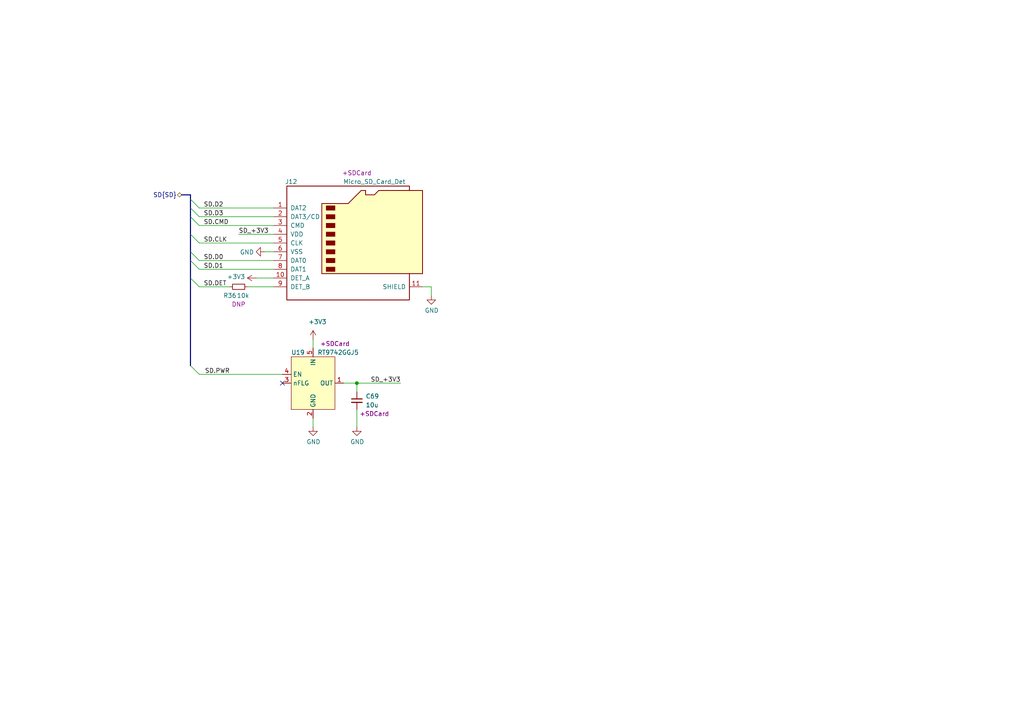
<source format=kicad_sch>
(kicad_sch (version 20210123) (generator eeschema)
  (paper "A4")
  (title_block (title "SD card") (date "2021-01-12") (rev "0.1") (company "Nabu Casa") (comment 1 "www.nabucasa.com") (comment 2 "Light Blue"))
  (lib_symbols
    (symbol "Connector:Micro_SD_Card_Det" (pin_names (offset 1.016))
      (property "Reference" "J" (at -16.51 17.78 0))
      (property "Value" "Micro_SD_Card_Det" (at 16.51 17.78 0))
      (symbol "Micro_SD_Card_Det_0_1"
        (rectangle (start -7.62 -6.985) (end -5.08 -8.255) (fill (type outline)))
        (rectangle (start -7.62 -4.445) (end -5.08 -5.715) (fill (type outline)))
        (rectangle (start -7.62 -1.905) (end -5.08 -3.175) (fill (type outline)))
        (rectangle (start -7.62 0.635) (end -5.08 -0.635) (fill (type outline)))
        (rectangle (start -7.62 3.175) (end -5.08 1.905) (fill (type outline)))
        (rectangle (start -7.62 5.715) (end -5.08 4.445) (fill (type outline)))
        (rectangle (start -7.62 8.255) (end -5.08 6.985) (fill (type outline)))
        (rectangle (start -7.62 10.795) (end -5.08 9.525) (fill (type outline)))
        (polyline (pts (xy 16.51 15.24) (xy 16.51 16.51) (xy -19.05 16.51) (xy -19.05 -16.51) (xy 16.51 -16.51) (xy 16.51 -8.89)) (stroke (width 0.254)))
        (polyline (pts (xy -8.89 -8.89) (xy -8.89 11.43) (xy -1.27 11.43) (xy 2.54 15.24) (xy 3.81 15.24) (xy 3.81 13.97) (xy 6.35 13.97) (xy 7.62 15.24) (xy 20.32 15.24) (xy 20.32 -8.89) (xy -8.89 -8.89)) (stroke (width 0.254)) (fill (type background)))
      )
      (symbol "Micro_SD_Card_Det_1_1"
        (pin bidirectional line (at -22.86 10.16 0) (length 3.81) (name "DAT2") (number "1"))
        (pin passive line (at -22.86 -10.16 0) (length 3.81) (name "DET_A") (number "10"))
        (pin passive line (at 20.32 -12.7 180) (length 3.81) (name "SHIELD") (number "11"))
        (pin bidirectional line (at -22.86 7.62 0) (length 3.81) (name "DAT3/CD") (number "2"))
        (pin input line (at -22.86 5.08 0) (length 3.81) (name "CMD") (number "3"))
        (pin power_in line (at -22.86 2.54 0) (length 3.81) (name "VDD") (number "4"))
        (pin input line (at -22.86 0 0) (length 3.81) (name "CLK") (number "5"))
        (pin power_in line (at -22.86 -2.54 0) (length 3.81) (name "VSS") (number "6"))
        (pin bidirectional line (at -22.86 -5.08 0) (length 3.81) (name "DAT0") (number "7"))
        (pin bidirectional line (at -22.86 -7.62 0) (length 3.81) (name "DAT1") (number "8"))
        (pin passive line (at -22.86 -12.7 0) (length 3.81) (name "DET_B") (number "9"))
      )
    )
    (symbol "Device:C_Small" (pin_numbers hide) (pin_names (offset 0.254) hide)
      (property "Reference" "C" (at 0.254 1.778 0))
      (property "Value" "C_Small" (at 0.254 -2.032 0))
      (symbol "C_Small_0_1"
        (polyline (pts (xy -1.524 -0.508) (xy 1.524 -0.508)) (stroke (width 0.3302)))
        (polyline (pts (xy -1.524 0.508) (xy 1.524 0.508)) (stroke (width 0.3048)))
      )
      (symbol "C_Small_1_1"
        (pin passive line (at 0 2.54 270) (length 2.032) (name "~") (number "1"))
        (pin passive line (at 0 -2.54 90) (length 2.032) (name "~") (number "2"))
      )
    )
    (symbol "Device:R_Small" (pin_numbers hide) (pin_names (offset 0.254) hide)
      (property "Reference" "R" (at 0.762 0.508 0))
      (property "Value" "R_Small" (at 0.762 -1.016 0))
      (symbol "R_Small_0_1"
        (rectangle (start -0.762 1.778) (end 0.762 -1.778) (stroke (width 0.2032)))
      )
      (symbol "R_Small_1_1"
        (pin passive line (at 0 2.54 270) (length 0.762) (name "~") (number "1"))
        (pin passive line (at 0 -2.54 90) (length 0.762) (name "~") (number "2"))
      )
    )
    (symbol "LightBlue:RT9742GGJ5"
      (property "Reference" "U" (at -5.08 8.89 0))
      (property "Value" "RT9742GGJ5" (at 7.62 8.89 0))
      (symbol "RT9742GGJ5_0_0"
        (pin power_out line (at 8.89 0 180) (length 2.54) (name "OUT") (number "1"))
        (pin power_in line (at 0 -10.16 90) (length 2.54) (name "GND") (number "2"))
        (pin open_collector line (at -8.89 0 0) (length 2.54) (name "nFLG") (number "3"))
        (pin input line (at -8.89 2.54 0) (length 2.54) (name "EN") (number "4"))
        (pin power_in line (at 0 10.16 270) (length 2.54) (name "IN") (number "5"))
      )
      (symbol "RT9742GGJ5_0_1"
        (rectangle (start -6.35 7.62) (end 6.35 -7.62) (fill (type background)))
      )
    )
    (symbol "power:+3V3" (power) (pin_names (offset 0))
      (property "Value" "+3V3" (at 0 3.556 0))
      (symbol "+3V3_0_1"
        (polyline (pts (xy -0.762 1.27) (xy 0 2.54)))
        (polyline (pts (xy 0 0) (xy 0 2.54)))
        (polyline (pts (xy 0 2.54) (xy 0.762 1.27)))
      )
      (symbol "+3V3_1_1"
        (pin power_in line (at 0 0 90) (length 0) hide (name "+3V3") (number "1"))
      )
    )
    (symbol "power:GND" (power) (pin_names (offset 0))
      (property "Value" "GND" (at 0 -3.81 0))
      (symbol "GND_0_1"
        (polyline (pts (xy 0 0) (xy 0 -1.27) (xy 1.27 -1.27) (xy 0 -2.54) (xy -1.27 -1.27) (xy 0 -1.27)))
      )
      (symbol "GND_1_1"
        (pin power_in line (at 0 0 270) (length 0) hide (name "GND") (number "1"))
      )
    )
  )
  (junction (at 103.505 111.125) (diameter 0.9144))
  (no_connect (at 81.915 111.125))
  (bus_entry (at 55.245 57.785) (size 2.54 2.54) (stroke (width 0.1524)))
  (bus_entry (at 55.245 60.325) (size 2.54 2.54) (stroke (width 0.1524)))
  (bus_entry (at 55.245 62.865) (size 2.54 2.54) (stroke (width 0.1524)))
  (bus_entry (at 55.245 67.945) (size 2.54 2.54) (stroke (width 0.1524)))
  (bus_entry (at 55.245 73.025) (size 2.54 2.54) (stroke (width 0.1524)))
  (bus_entry (at 55.245 75.565) (size 2.54 2.54) (stroke (width 0.1524)))
  (bus_entry (at 55.245 80.645) (size 2.54 2.54) (stroke (width 0.1524)))
  (bus_entry (at 55.245 106.045) (size 2.54 2.54) (stroke (width 0.1524)))
  (wire (pts (xy 57.785 60.325) (xy 79.375 60.325)))
  (wire (pts (xy 57.785 62.865) (xy 79.375 62.865)))
  (wire (pts (xy 57.785 65.405) (xy 79.375 65.405)))
  (wire (pts (xy 57.785 70.485) (xy 79.375 70.485)))
  (wire (pts (xy 57.785 75.565) (xy 79.375 75.565)))
  (wire (pts (xy 57.785 78.105) (xy 79.375 78.105)))
  (wire (pts (xy 57.785 83.185) (xy 66.675 83.185)))
  (wire (pts (xy 57.785 108.585) (xy 81.915 108.585)))
  (wire (pts (xy 69.215 67.945) (xy 79.375 67.945)))
  (wire (pts (xy 71.755 83.185) (xy 79.375 83.185)))
  (wire (pts (xy 74.295 80.645) (xy 79.375 80.645)))
  (wire (pts (xy 79.375 73.025) (xy 76.835 73.025)))
  (wire (pts (xy 90.805 98.425) (xy 90.805 100.965)))
  (wire (pts (xy 90.805 121.285) (xy 90.805 123.825)))
  (wire (pts (xy 99.695 111.125) (xy 103.505 111.125)))
  (wire (pts (xy 103.505 111.125) (xy 103.505 113.665)))
  (wire (pts (xy 103.505 111.125) (xy 116.205 111.125)))
  (wire (pts (xy 103.505 118.745) (xy 103.505 123.825)))
  (wire (pts (xy 122.555 83.185) (xy 125.095 83.185)))
  (wire (pts (xy 125.095 83.185) (xy 125.095 85.725)))
  (bus (pts (xy 52.705 56.515) (xy 55.245 56.515)))
  (bus (pts (xy 55.245 56.515) (xy 55.245 57.785)))
  (bus (pts (xy 55.245 57.785) (xy 55.245 60.325)))
  (bus (pts (xy 55.245 62.865) (xy 55.245 60.325)))
  (bus (pts (xy 55.245 62.865) (xy 55.245 67.945)))
  (bus (pts (xy 55.245 67.945) (xy 55.245 73.025)))
  (bus (pts (xy 55.245 75.565) (xy 55.245 73.025)))
  (bus (pts (xy 55.245 75.565) (xy 55.245 80.645)))
  (bus (pts (xy 55.245 80.645) (xy 55.245 106.045)))
  (label "SD.D2" (at 59.055 60.325 0))
  (label "SD.D3" (at 59.055 62.865 0))
  (label "SD.CMD" (at 59.055 65.405 0))
  (label "SD.CLK" (at 59.055 70.485 0))
  (label "SD.D0" (at 59.055 75.565 0))
  (label "SD.D1" (at 59.055 78.105 0))
  (label "SD.DET" (at 59.055 83.185 0))
  (label "SD.PWR" (at 66.675 108.585 180))
  (label "SD_+3V3" (at 69.215 67.945 0))
  (label "SD_+3V3" (at 116.205 111.125 180))
  (hierarchical_label "SD{SD}" (shape bidirectional) (at 52.705 56.515 180))
  (symbol (lib_id "power:+3V3") (at 74.295 80.645 90) (unit 1)
    (property "Reference" "#PWR0243" (effects hide))
    (property "Value" "+3V3" (at 71.1199 80.2767 90) (effects (justify left)))
  )
  (symbol (lib_id "power:+3V3") (at 90.805 98.425 0) (unit 1)
    (property "Reference" "#PWR0239" (effects hide))
    (property "Value" "+3V3" (at 92.075 93.345 0))
  )
  (symbol (lib_id "power:GND") (at 76.835 73.025 270) (unit 1)
    (property "Reference" "#PWR0238" (effects hide))
    (property "Value" "GND" (at 73.66 73.1393 90) (effects (justify right)))
  )
  (symbol (lib_id "power:GND") (at 90.805 123.825 0) (unit 1)
    (property "Reference" "#PWR0242" (effects hide))
    (property "Value" "GND" (at 90.9193 128.1494 0))
  )
  (symbol (lib_id "power:GND") (at 103.505 123.825 0) (unit 1)
    (property "Reference" "#PWR0241" (effects hide))
    (property "Value" "GND" (at 103.6193 128.1494 0))
  )
  (symbol (lib_id "power:GND") (at 125.095 85.725 0) (unit 1)
    (property "Reference" "#PWR0240" (effects hide))
    (property "Value" "GND" (at 125.2093 90.0494 0))
  )
  (symbol (lib_id "Device:R_Small") (at 69.215 83.185 270) (unit 1)
    (property "Reference" "R36" (at 66.675 85.725 90))
    (property "Value" "10k" (at 70.485 85.725 90))
    (property "Footprint" "Resistor_SMD:R_0402_1005Metric" (effects hide))
    (property "Config" "DNP" (at 69.215 88.265 90))
  )
  (symbol (lib_id "Device:C_Small") (at 103.505 116.205 0) (unit 1)
    (property "Reference" "C69" (at 106.045 114.935 0) (effects (justify left)))
    (property "Value" "10u" (at 106.045 117.475 0) (effects (justify left)))
    (property "Footprint" "Capacitor_SMD:C_0805_2012Metric" (effects hide))
    (property "Config" "+SDCard" (at 108.585 120.015 0))
  )
  (symbol (lib_id "LightBlue:RT9742GGJ5") (at 90.805 111.125 0) (unit 1)
    (property "Reference" "U19" (at 84.455 102.235 0) (effects (justify left)))
    (property "Value" "RT9742GGJ5" (at 92.075 102.235 0) (effects (justify left)))
    (property "Footprint" "Package_TO_SOT_SMD:SOT-23-5" (effects hide))
    (property "Datasheet" "https://www.richtek.com/assets/product_file/RT9742/DS9742-00.pdf" (effects hide))
    (property "Config" "+SDCard" (at 97.155 99.695 0))
    (property "Manufacturer" "Richtek USA" (effects hide))
    (property "PartNumber" "RT9742GGJ5" (effects hide))
  )
  (symbol (lib_id "Connector:Micro_SD_Card_Det") (at 102.235 70.485 0) (unit 1)
    (property "Reference" "J12" (at 84.455 52.705 0))
    (property "Value" "Micro_SD_Card_Det" (at 108.585 52.705 0))
    (property "Footprint" "Connector_Card:microSD_HC_Molex_104031-0811" (effects hide))
    (property "Datasheet" "https://www.hirose.com/product/en/download_file/key_name/DM3/category/Catalog/doc_file_id/49662/?file_category_id=4&item_id=195&is_series=1" (effects hide))
    (property "Config" "+SDCard" (at 103.505 50.165 0))
    (property "Manufacturer" "Molex" (effects hide))
    (property "PartNumber" "104031-0811" (effects hide))
  )
)
</source>
